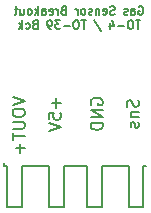
<source format=gbo>
G04 #@! TF.GenerationSoftware,KiCad,Pcbnew,5.0.2+dfsg1-1~bpo9+1*
G04 #@! TF.CreationDate,2019-08-23T02:39:36-04:00*
G04 #@! TF.ProjectId,gassensorholder,67617373-656e-4736-9f72-686f6c646572,rev?*
G04 #@! TF.SameCoordinates,Original*
G04 #@! TF.FileFunction,Legend,Bot*
G04 #@! TF.FilePolarity,Positive*
%FSLAX46Y46*%
G04 Gerber Fmt 4.6, Leading zero omitted, Abs format (unit mm)*
G04 Created by KiCad (PCBNEW 5.0.2+dfsg1-1~bpo9+1) date Fri 23 Aug 2019 02:39:36 AM EDT*
%MOMM*%
%LPD*%
G01*
G04 APERTURE LIST*
%ADD10C,0.152400*%
G04 APERTURE END LIST*
D10*
X121750000Y-75000000D02*
X122000000Y-75000000D01*
X121750000Y-78500000D02*
X121750000Y-75000000D01*
X120500000Y-78500000D02*
X121750000Y-78500000D01*
X120500000Y-75000000D02*
X120500000Y-78500000D01*
X118250000Y-75000000D02*
X120500000Y-75000000D01*
X118250000Y-78500000D02*
X118250000Y-75000000D01*
X117000000Y-78500000D02*
X118250000Y-78500000D01*
X117000000Y-75000000D02*
X117000000Y-78500000D01*
X115000000Y-75000000D02*
X117000000Y-75000000D01*
X115000000Y-78500000D02*
X115000000Y-75000000D01*
X113750000Y-78500000D02*
X115000000Y-78500000D01*
X113750000Y-75000000D02*
X113750000Y-78500000D01*
X111500000Y-75000000D02*
X113750000Y-75000000D01*
X111500000Y-78500000D02*
X111500000Y-75000000D01*
X110250000Y-78500000D02*
X111500000Y-78500000D01*
X110250000Y-75000000D02*
X110250000Y-78500000D01*
X110000000Y-75000000D02*
X110250000Y-75000000D01*
X110000000Y-74750000D02*
X110000000Y-75000000D01*
X121315238Y-69450857D02*
X121363619Y-69596000D01*
X121363619Y-69837904D01*
X121315238Y-69934666D01*
X121266857Y-69983047D01*
X121170095Y-70031428D01*
X121073333Y-70031428D01*
X120976571Y-69983047D01*
X120928190Y-69934666D01*
X120879809Y-69837904D01*
X120831428Y-69644380D01*
X120783047Y-69547619D01*
X120734666Y-69499238D01*
X120637904Y-69450857D01*
X120541142Y-69450857D01*
X120444380Y-69499238D01*
X120396000Y-69547619D01*
X120347619Y-69644380D01*
X120347619Y-69886285D01*
X120396000Y-70031428D01*
X120686285Y-70466857D02*
X121363619Y-70466857D01*
X120783047Y-70466857D02*
X120734666Y-70515238D01*
X120686285Y-70612000D01*
X120686285Y-70757142D01*
X120734666Y-70853904D01*
X120831428Y-70902285D01*
X121363619Y-70902285D01*
X121315238Y-71337714D02*
X121363619Y-71434476D01*
X121363619Y-71628000D01*
X121315238Y-71724761D01*
X121218476Y-71773142D01*
X121170095Y-71773142D01*
X121073333Y-71724761D01*
X121024952Y-71628000D01*
X121024952Y-71482857D01*
X120976571Y-71386095D01*
X120879809Y-71337714D01*
X120831428Y-71337714D01*
X120734666Y-71386095D01*
X120686285Y-71482857D01*
X120686285Y-71628000D01*
X120734666Y-71724761D01*
X117348000Y-69837904D02*
X117299619Y-69741142D01*
X117299619Y-69596000D01*
X117348000Y-69450857D01*
X117444761Y-69354095D01*
X117541523Y-69305714D01*
X117735047Y-69257333D01*
X117880190Y-69257333D01*
X118073714Y-69305714D01*
X118170476Y-69354095D01*
X118267238Y-69450857D01*
X118315619Y-69596000D01*
X118315619Y-69692761D01*
X118267238Y-69837904D01*
X118218857Y-69886285D01*
X117880190Y-69886285D01*
X117880190Y-69692761D01*
X118315619Y-70321714D02*
X117299619Y-70321714D01*
X118315619Y-70902285D01*
X117299619Y-70902285D01*
X118315619Y-71386095D02*
X117299619Y-71386095D01*
X117299619Y-71628000D01*
X117348000Y-71773142D01*
X117444761Y-71869904D01*
X117541523Y-71918285D01*
X117735047Y-71966666D01*
X117880190Y-71966666D01*
X118073714Y-71918285D01*
X118170476Y-71869904D01*
X118267238Y-71773142D01*
X118315619Y-71628000D01*
X118315619Y-71386095D01*
X114372571Y-69305714D02*
X114372571Y-70079809D01*
X114759619Y-69692761D02*
X113985523Y-69692761D01*
X113743619Y-71047428D02*
X113743619Y-70563619D01*
X114227428Y-70515238D01*
X114179047Y-70563619D01*
X114130666Y-70660380D01*
X114130666Y-70902285D01*
X114179047Y-70999047D01*
X114227428Y-71047428D01*
X114324190Y-71095809D01*
X114566095Y-71095809D01*
X114662857Y-71047428D01*
X114711238Y-70999047D01*
X114759619Y-70902285D01*
X114759619Y-70660380D01*
X114711238Y-70563619D01*
X114662857Y-70515238D01*
X113743619Y-71386095D02*
X114759619Y-71724761D01*
X113743619Y-72063428D01*
X110695619Y-69208952D02*
X111711619Y-69547619D01*
X110695619Y-69886285D01*
X110695619Y-70418476D02*
X110695619Y-70612000D01*
X110744000Y-70708761D01*
X110840761Y-70805523D01*
X111034285Y-70853904D01*
X111372952Y-70853904D01*
X111566476Y-70805523D01*
X111663238Y-70708761D01*
X111711619Y-70612000D01*
X111711619Y-70418476D01*
X111663238Y-70321714D01*
X111566476Y-70224952D01*
X111372952Y-70176571D01*
X111034285Y-70176571D01*
X110840761Y-70224952D01*
X110744000Y-70321714D01*
X110695619Y-70418476D01*
X110695619Y-71289333D02*
X111518095Y-71289333D01*
X111614857Y-71337714D01*
X111663238Y-71386095D01*
X111711619Y-71482857D01*
X111711619Y-71676380D01*
X111663238Y-71773142D01*
X111614857Y-71821523D01*
X111518095Y-71869904D01*
X110695619Y-71869904D01*
X110695619Y-72208571D02*
X110695619Y-72789142D01*
X111711619Y-72498857D02*
X110695619Y-72498857D01*
X111324571Y-73127809D02*
X111324571Y-73901904D01*
X111711619Y-73514857D02*
X110937523Y-73514857D01*
X121348666Y-61532800D02*
X121415333Y-61499466D01*
X121515333Y-61499466D01*
X121615333Y-61532800D01*
X121682000Y-61599466D01*
X121715333Y-61666133D01*
X121748666Y-61799466D01*
X121748666Y-61899466D01*
X121715333Y-62032800D01*
X121682000Y-62099466D01*
X121615333Y-62166133D01*
X121515333Y-62199466D01*
X121448666Y-62199466D01*
X121348666Y-62166133D01*
X121315333Y-62132800D01*
X121315333Y-61899466D01*
X121448666Y-61899466D01*
X120715333Y-62199466D02*
X120715333Y-61832800D01*
X120748666Y-61766133D01*
X120815333Y-61732800D01*
X120948666Y-61732800D01*
X121015333Y-61766133D01*
X120715333Y-62166133D02*
X120782000Y-62199466D01*
X120948666Y-62199466D01*
X121015333Y-62166133D01*
X121048666Y-62099466D01*
X121048666Y-62032800D01*
X121015333Y-61966133D01*
X120948666Y-61932800D01*
X120782000Y-61932800D01*
X120715333Y-61899466D01*
X120415333Y-62166133D02*
X120348666Y-62199466D01*
X120215333Y-62199466D01*
X120148666Y-62166133D01*
X120115333Y-62099466D01*
X120115333Y-62066133D01*
X120148666Y-61999466D01*
X120215333Y-61966133D01*
X120315333Y-61966133D01*
X120382000Y-61932800D01*
X120415333Y-61866133D01*
X120415333Y-61832800D01*
X120382000Y-61766133D01*
X120315333Y-61732800D01*
X120215333Y-61732800D01*
X120148666Y-61766133D01*
X119315333Y-62166133D02*
X119215333Y-62199466D01*
X119048666Y-62199466D01*
X118982000Y-62166133D01*
X118948666Y-62132800D01*
X118915333Y-62066133D01*
X118915333Y-61999466D01*
X118948666Y-61932800D01*
X118982000Y-61899466D01*
X119048666Y-61866133D01*
X119182000Y-61832800D01*
X119248666Y-61799466D01*
X119282000Y-61766133D01*
X119315333Y-61699466D01*
X119315333Y-61632800D01*
X119282000Y-61566133D01*
X119248666Y-61532800D01*
X119182000Y-61499466D01*
X119015333Y-61499466D01*
X118915333Y-61532800D01*
X118348666Y-62166133D02*
X118415333Y-62199466D01*
X118548666Y-62199466D01*
X118615333Y-62166133D01*
X118648666Y-62099466D01*
X118648666Y-61832800D01*
X118615333Y-61766133D01*
X118548666Y-61732800D01*
X118415333Y-61732800D01*
X118348666Y-61766133D01*
X118315333Y-61832800D01*
X118315333Y-61899466D01*
X118648666Y-61966133D01*
X118015333Y-61732800D02*
X118015333Y-62199466D01*
X118015333Y-61799466D02*
X117982000Y-61766133D01*
X117915333Y-61732800D01*
X117815333Y-61732800D01*
X117748666Y-61766133D01*
X117715333Y-61832800D01*
X117715333Y-62199466D01*
X117415333Y-62166133D02*
X117348666Y-62199466D01*
X117215333Y-62199466D01*
X117148666Y-62166133D01*
X117115333Y-62099466D01*
X117115333Y-62066133D01*
X117148666Y-61999466D01*
X117215333Y-61966133D01*
X117315333Y-61966133D01*
X117382000Y-61932800D01*
X117415333Y-61866133D01*
X117415333Y-61832800D01*
X117382000Y-61766133D01*
X117315333Y-61732800D01*
X117215333Y-61732800D01*
X117148666Y-61766133D01*
X116715333Y-62199466D02*
X116782000Y-62166133D01*
X116815333Y-62132800D01*
X116848666Y-62066133D01*
X116848666Y-61866133D01*
X116815333Y-61799466D01*
X116782000Y-61766133D01*
X116715333Y-61732800D01*
X116615333Y-61732800D01*
X116548666Y-61766133D01*
X116515333Y-61799466D01*
X116482000Y-61866133D01*
X116482000Y-62066133D01*
X116515333Y-62132800D01*
X116548666Y-62166133D01*
X116615333Y-62199466D01*
X116715333Y-62199466D01*
X116182000Y-62199466D02*
X116182000Y-61732800D01*
X116182000Y-61866133D02*
X116148666Y-61799466D01*
X116115333Y-61766133D01*
X116048666Y-61732800D01*
X115982000Y-61732800D01*
X114982000Y-61832800D02*
X114882000Y-61866133D01*
X114848666Y-61899466D01*
X114815333Y-61966133D01*
X114815333Y-62066133D01*
X114848666Y-62132800D01*
X114882000Y-62166133D01*
X114948666Y-62199466D01*
X115215333Y-62199466D01*
X115215333Y-61499466D01*
X114982000Y-61499466D01*
X114915333Y-61532800D01*
X114882000Y-61566133D01*
X114848666Y-61632800D01*
X114848666Y-61699466D01*
X114882000Y-61766133D01*
X114915333Y-61799466D01*
X114982000Y-61832800D01*
X115215333Y-61832800D01*
X114515333Y-62199466D02*
X114515333Y-61732800D01*
X114515333Y-61866133D02*
X114482000Y-61799466D01*
X114448666Y-61766133D01*
X114382000Y-61732800D01*
X114315333Y-61732800D01*
X113815333Y-62166133D02*
X113882000Y-62199466D01*
X114015333Y-62199466D01*
X114082000Y-62166133D01*
X114115333Y-62099466D01*
X114115333Y-61832800D01*
X114082000Y-61766133D01*
X114015333Y-61732800D01*
X113882000Y-61732800D01*
X113815333Y-61766133D01*
X113782000Y-61832800D01*
X113782000Y-61899466D01*
X114115333Y-61966133D01*
X113182000Y-62199466D02*
X113182000Y-61832800D01*
X113215333Y-61766133D01*
X113282000Y-61732800D01*
X113415333Y-61732800D01*
X113482000Y-61766133D01*
X113182000Y-62166133D02*
X113248666Y-62199466D01*
X113415333Y-62199466D01*
X113482000Y-62166133D01*
X113515333Y-62099466D01*
X113515333Y-62032800D01*
X113482000Y-61966133D01*
X113415333Y-61932800D01*
X113248666Y-61932800D01*
X113182000Y-61899466D01*
X112848666Y-62199466D02*
X112848666Y-61499466D01*
X112782000Y-61932800D02*
X112582000Y-62199466D01*
X112582000Y-61732800D02*
X112848666Y-61999466D01*
X112182000Y-62199466D02*
X112248666Y-62166133D01*
X112282000Y-62132800D01*
X112315333Y-62066133D01*
X112315333Y-61866133D01*
X112282000Y-61799466D01*
X112248666Y-61766133D01*
X112182000Y-61732800D01*
X112082000Y-61732800D01*
X112015333Y-61766133D01*
X111982000Y-61799466D01*
X111948666Y-61866133D01*
X111948666Y-62066133D01*
X111982000Y-62132800D01*
X112015333Y-62166133D01*
X112082000Y-62199466D01*
X112182000Y-62199466D01*
X111348666Y-61732800D02*
X111348666Y-62199466D01*
X111648666Y-61732800D02*
X111648666Y-62099466D01*
X111615333Y-62166133D01*
X111548666Y-62199466D01*
X111448666Y-62199466D01*
X111382000Y-62166133D01*
X111348666Y-62132800D01*
X111115333Y-61732800D02*
X110848666Y-61732800D01*
X111015333Y-61499466D02*
X111015333Y-62099466D01*
X110982000Y-62166133D01*
X110915333Y-62199466D01*
X110848666Y-62199466D01*
X121498666Y-62701866D02*
X121098666Y-62701866D01*
X121298666Y-63401866D02*
X121298666Y-62701866D01*
X120732000Y-62701866D02*
X120598666Y-62701866D01*
X120532000Y-62735200D01*
X120465333Y-62801866D01*
X120432000Y-62935200D01*
X120432000Y-63168533D01*
X120465333Y-63301866D01*
X120532000Y-63368533D01*
X120598666Y-63401866D01*
X120732000Y-63401866D01*
X120798666Y-63368533D01*
X120865333Y-63301866D01*
X120898666Y-63168533D01*
X120898666Y-62935200D01*
X120865333Y-62801866D01*
X120798666Y-62735200D01*
X120732000Y-62701866D01*
X120132000Y-63135200D02*
X119598666Y-63135200D01*
X118965333Y-62935200D02*
X118965333Y-63401866D01*
X119132000Y-62668533D02*
X119298666Y-63168533D01*
X118865333Y-63168533D01*
X117565333Y-62668533D02*
X118165333Y-63568533D01*
X116898666Y-62701866D02*
X116498666Y-62701866D01*
X116698666Y-63401866D02*
X116698666Y-62701866D01*
X116132000Y-62701866D02*
X115998666Y-62701866D01*
X115932000Y-62735200D01*
X115865333Y-62801866D01*
X115832000Y-62935200D01*
X115832000Y-63168533D01*
X115865333Y-63301866D01*
X115932000Y-63368533D01*
X115998666Y-63401866D01*
X116132000Y-63401866D01*
X116198666Y-63368533D01*
X116265333Y-63301866D01*
X116298666Y-63168533D01*
X116298666Y-62935200D01*
X116265333Y-62801866D01*
X116198666Y-62735200D01*
X116132000Y-62701866D01*
X115532000Y-63135200D02*
X114998666Y-63135200D01*
X114732000Y-62701866D02*
X114298666Y-62701866D01*
X114532000Y-62968533D01*
X114432000Y-62968533D01*
X114365333Y-63001866D01*
X114332000Y-63035200D01*
X114298666Y-63101866D01*
X114298666Y-63268533D01*
X114332000Y-63335200D01*
X114365333Y-63368533D01*
X114432000Y-63401866D01*
X114632000Y-63401866D01*
X114698666Y-63368533D01*
X114732000Y-63335200D01*
X113965333Y-63401866D02*
X113832000Y-63401866D01*
X113765333Y-63368533D01*
X113732000Y-63335200D01*
X113665333Y-63235200D01*
X113632000Y-63101866D01*
X113632000Y-62835200D01*
X113665333Y-62768533D01*
X113698666Y-62735200D01*
X113765333Y-62701866D01*
X113898666Y-62701866D01*
X113965333Y-62735200D01*
X113998666Y-62768533D01*
X114032000Y-62835200D01*
X114032000Y-63001866D01*
X113998666Y-63068533D01*
X113965333Y-63101866D01*
X113898666Y-63135200D01*
X113765333Y-63135200D01*
X113698666Y-63101866D01*
X113665333Y-63068533D01*
X113632000Y-63001866D01*
X112565333Y-63035200D02*
X112465333Y-63068533D01*
X112432000Y-63101866D01*
X112398666Y-63168533D01*
X112398666Y-63268533D01*
X112432000Y-63335200D01*
X112465333Y-63368533D01*
X112532000Y-63401866D01*
X112798666Y-63401866D01*
X112798666Y-62701866D01*
X112565333Y-62701866D01*
X112498666Y-62735200D01*
X112465333Y-62768533D01*
X112432000Y-62835200D01*
X112432000Y-62901866D01*
X112465333Y-62968533D01*
X112498666Y-63001866D01*
X112565333Y-63035200D01*
X112798666Y-63035200D01*
X111798666Y-63368533D02*
X111865333Y-63401866D01*
X111998666Y-63401866D01*
X112065333Y-63368533D01*
X112098666Y-63335200D01*
X112132000Y-63268533D01*
X112132000Y-63068533D01*
X112098666Y-63001866D01*
X112065333Y-62968533D01*
X111998666Y-62935200D01*
X111865333Y-62935200D01*
X111798666Y-62968533D01*
X111498666Y-63401866D02*
X111498666Y-62701866D01*
X111432000Y-63135200D02*
X111232000Y-63401866D01*
X111232000Y-62935200D02*
X111498666Y-63201866D01*
M02*

</source>
